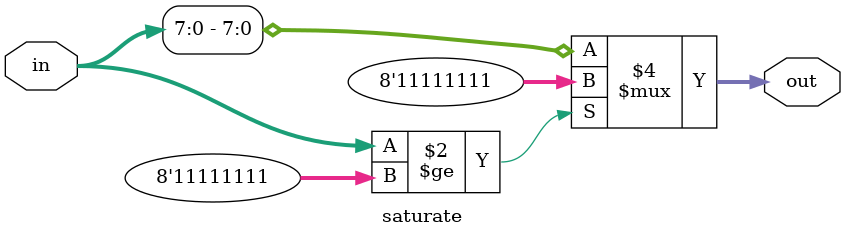
<source format=v>
module saturate ( //module to handle saturation
  input [9:0] in, // 10 bit input
  output reg [7:0] out // 8 bit output
);

always @(*) begin
  out = in[7:0]; // output LSBs
  if (in >= 8'hFF) begin
    out = 8'hFF; // output max 255 value if over max value
  end
end

endmodule
</source>
